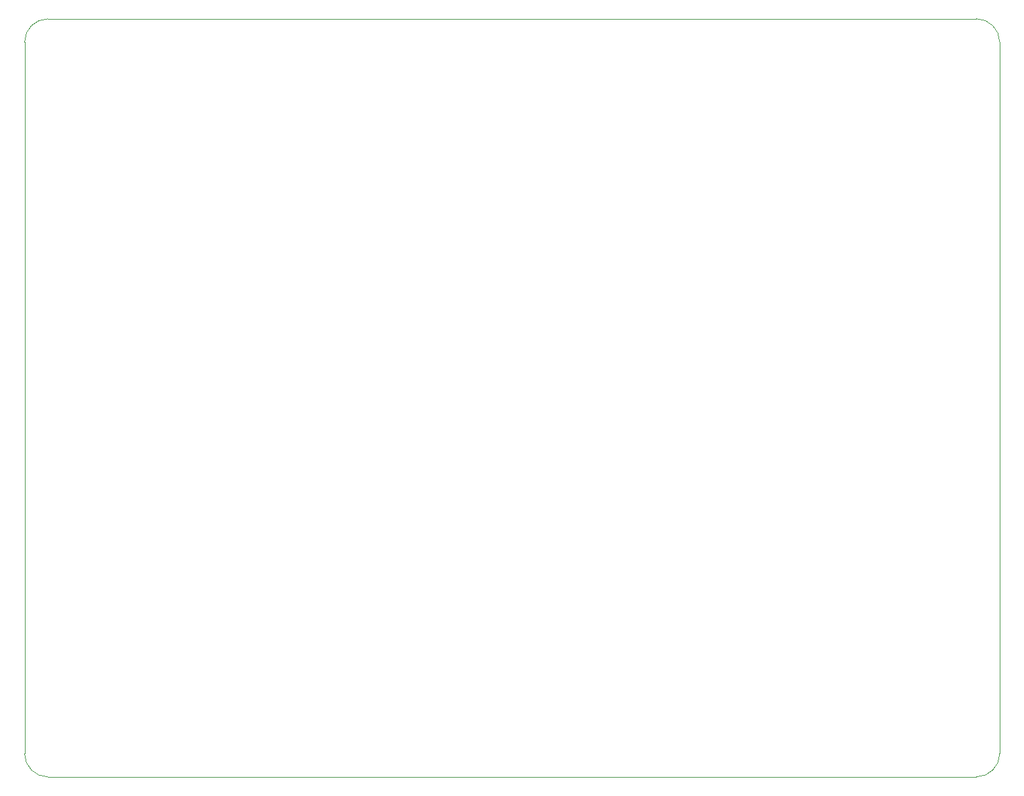
<source format=gbr>
%TF.GenerationSoftware,KiCad,Pcbnew,8.0.7*%
%TF.CreationDate,2024-12-25T23:05:31+01:00*%
%TF.ProjectId,MC68701U4_Programmer,4d433638-3730-4315-9534-5f50726f6772,0.8*%
%TF.SameCoordinates,Original*%
%TF.FileFunction,Profile,NP*%
%FSLAX46Y46*%
G04 Gerber Fmt 4.6, Leading zero omitted, Abs format (unit mm)*
G04 Created by KiCad (PCBNEW 8.0.7) date 2024-12-25 23:05:31*
%MOMM*%
%LPD*%
G01*
G04 APERTURE LIST*
%TA.AperFunction,Profile*%
%ADD10C,0.050000*%
%TD*%
G04 APERTURE END LIST*
D10*
X82670000Y-143715000D02*
G75*
G02*
X79670000Y-140715000I0J3000000D01*
G01*
X79670000Y-48755000D02*
G75*
G02*
X82670000Y-45755000I3000000J0D01*
G01*
X202600000Y-143715000D02*
X82670000Y-143715000D01*
X202600000Y-45755000D02*
G75*
G02*
X205600000Y-48755000I0J-3000000D01*
G01*
X205600000Y-140715000D02*
G75*
G02*
X202600000Y-143715000I-3000000J0D01*
G01*
X82670000Y-45755000D02*
X202600000Y-45755000D01*
X79670000Y-140715000D02*
X79670000Y-48755000D01*
X205600000Y-48755000D02*
X205600000Y-140715000D01*
M02*

</source>
